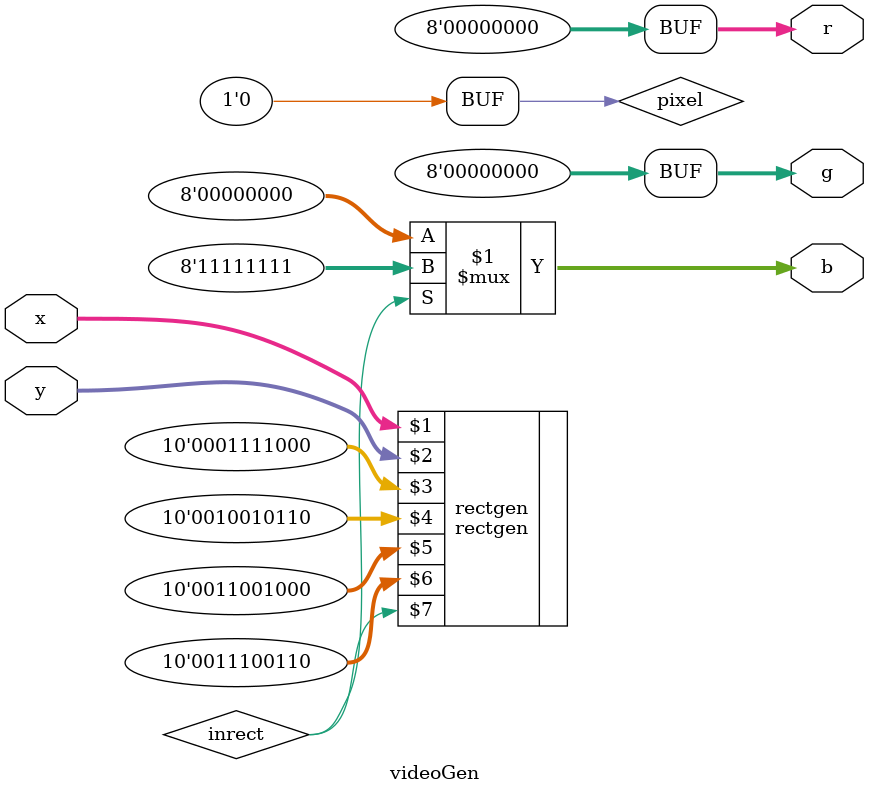
<source format=sv>
module videoGen(input logic [9:0] x, y, output logic [7:0] r, g, b);

logic pixel, inrect;
// Given y position, choose a character to display
// then look up the pixel value from the character ROM
// and display it in red or blue.Also draw a green rectangle.
//chargenrom chargenromb(y[8:3] + 8'd65, x[2:0], y[2:0], pixel);
assign pixel = 0;
rectgen rectgen(x, y, 10'd120, 10'd150, 10'd200, 10'd230, inrect);
//assign {r, g} = (y[3]==0) ? {{8{pixel}},8'h00} : {8'h00,{8{pixel}}};
assign r = 8'h00;
assign g = 8'h00;
assign b = inrect ? 8'hFF : 8'h00;
endmodule


</source>
